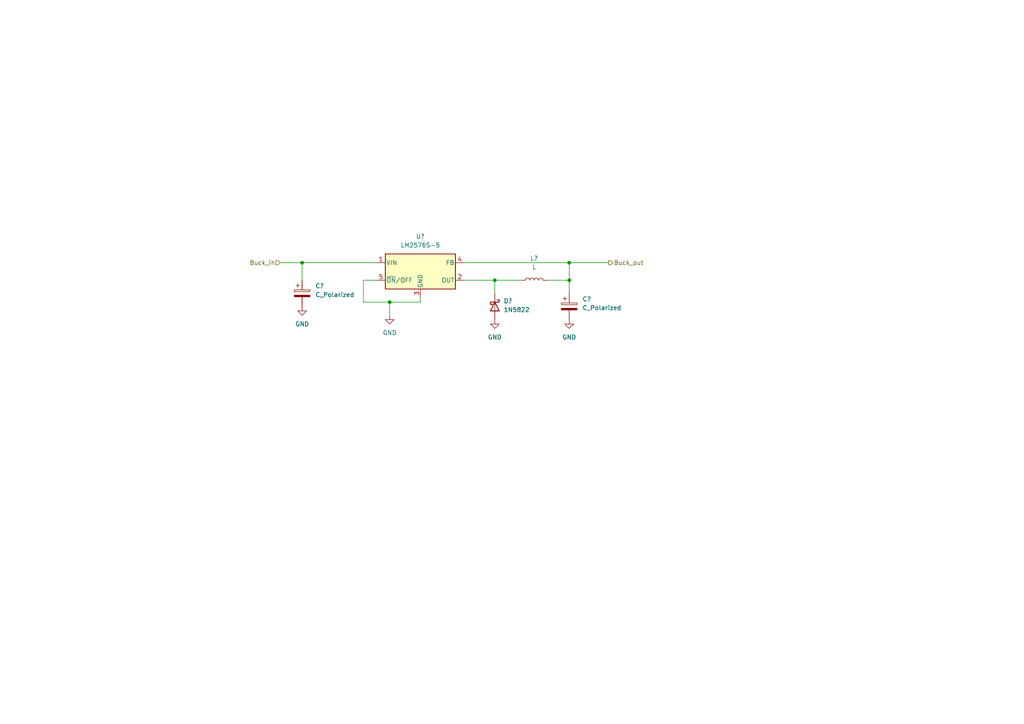
<source format=kicad_sch>
(kicad_sch (version 20211123) (generator eeschema)
  (paper "A4")
  (lib_symbols
    (symbol "Device:C_Polarized" (pin_numbers hide) (pin_names (offset 0.254))
      (property "Reference" "C" (at 0.635 2.54 0))
      (property "Value" "C_Polarized" (at 0.635 -2.54 0))
      (symbol "C_Polarized_0_1"
        (rectangle (start -2.286 0.508) (end 2.286 1.016))
        (polyline (pts (xy -1.778 2.286) (xy -0.762 2.286)))
        (polyline (pts (xy -1.27 2.794) (xy -1.27 1.778)))
        (rectangle (start 2.286 -0.508) (end -2.286 -1.016) (fill (type outline)))
      )
      (symbol "C_Polarized_1_1"
        (pin passive line (at 0 3.81 270) (length 2.794) (name "~") (number "1"))
        (pin passive line (at 0 -3.81 90) (length 2.794) (name "~") (number "2"))
      )
    )
    (symbol "Device:L" (pin_numbers hide) (pin_names (offset 1.016) hide)
      (property "Reference" "L" (at -1.27 0 90))
      (property "Value" "L" (at 1.905 0 90))
      (symbol "L_0_1"
        (arc (start 0 -2.54) (mid 0.635 -1.905) (end 0 -1.27))
        (arc (start 0 -1.27) (mid 0.635 -0.635) (end 0 0))
        (arc (start 0 0) (mid 0.635 0.635) (end 0 1.27))
        (arc (start 0 1.27) (mid 0.635 1.905) (end 0 2.54))
      )
      (symbol "L_1_1"
        (pin passive line (at 0 3.81 270) (length 1.27) (name "1") (number "1"))
        (pin passive line (at 0 -3.81 90) (length 1.27) (name "2") (number "2"))
      )
    )
    (symbol "Diode:1N5822" (pin_numbers hide) (pin_names (offset 1.016) hide)
      (property "Reference" "D" (at 0 2.54 0))
      (property "Value" "1N5822" (at 0 -2.54 0))
      (symbol "1N5822_0_1"
        (polyline (pts (xy 1.27 0) (xy -1.27 0)))
        (polyline (pts (xy 1.27 1.27) (xy 1.27 -1.27) (xy -1.27 0) (xy 1.27 1.27)) (stroke (width 0.254)))
        (polyline (pts (xy -1.905 0.635) (xy -1.905 1.27) (xy -1.27 1.27) (xy -1.27 -1.27) (xy -0.635 -1.27) (xy -0.635 -0.635)) (stroke (width 0.254)))
      )
      (symbol "1N5822_1_1"
        (pin passive line (at -3.81 0 0) (length 2.54) (name "K") (number "1"))
        (pin passive line (at 3.81 0 180) (length 2.54) (name "A") (number "2"))
      )
    )
    (symbol "Regulator_Switching:LM2576S-5" (pin_names (offset 0.254))
      (property "Reference" "U" (at -10.16 6.35 0))
      (property "Value" "LM2576S-5" (at 0 6.35 0))
      (symbol "LM2576S-5_0_1"
        (rectangle (start -10.16 5.08) (end 10.16 -5.08) (stroke (width 0.254)) (fill (type background)))
      )
      (symbol "LM2576S-5_1_1"
        (pin power_in line (at -12.7 2.54 0) (length 2.54) (name "VIN") (number "1"))
        (pin output line (at 12.7 -2.54 180) (length 2.54) (name "OUT") (number "2"))
        (pin power_in line (at 0 -7.62 90) (length 2.54) (name "GND") (number "3"))
        (pin input line (at 12.7 2.54 180) (length 2.54) (name "FB") (number "4"))
        (pin input line (at -12.7 -2.54 0) (length 2.54) (name "~{ON}/OFF") (number "5"))
      )
    )
    (symbol "power:GND" (power) (pin_names (offset 0))
      (property "Value" "GND" (at 0 -3.81 0))
      (symbol "GND_0_1"
        (polyline (pts (xy 0 0) (xy 0 -1.27) (xy 1.27 -1.27) (xy 0 -2.54) (xy -1.27 -1.27) (xy 0 -1.27)))
      )
      (symbol "GND_1_1"
        (pin power_in line (at 0 0 270) (length 0) hide (name "GND") (number "1"))
      )
    )
  )
  (junction (at 165.1 76.2))
  (junction (at 165.1 81.28))
  (junction (at 113.03 87.63))
  (junction (at 87.63 76.2))
  (junction (at 143.51 81.28))
  (wire (pts (xy 109.22 81.28) (xy 105.41 81.28)))
  (wire (pts (xy 134.62 76.2) (xy 165.1 76.2)))
  (wire (pts (xy 121.92 87.63) (xy 121.92 86.36)))
  (wire (pts (xy 143.51 81.28) (xy 151.13 81.28)))
  (wire (pts (xy 87.63 81.28) (xy 87.63 76.2)))
  (wire (pts (xy 105.41 81.28) (xy 105.41 87.63)))
  (wire (pts (xy 113.03 87.63) (xy 113.03 91.44)))
  (wire (pts (xy 87.63 76.2) (xy 109.22 76.2)))
  (wire (pts (xy 143.51 81.28) (xy 143.51 85.09)))
  (wire (pts (xy 165.1 76.2) (xy 165.1 81.28)))
  (wire (pts (xy 165.1 81.28) (xy 165.1 85.09)))
  (wire (pts (xy 105.41 87.63) (xy 113.03 87.63)))
  (wire (pts (xy 165.1 81.28) (xy 158.75 81.28)))
  (wire (pts (xy 81.28 76.2) (xy 87.63 76.2)))
  (wire (pts (xy 134.62 81.28) (xy 143.51 81.28)))
  (wire (pts (xy 165.1 76.2) (xy 176.53 76.2)))
  (wire (pts (xy 113.03 87.63) (xy 121.92 87.63)))
  (hierarchical_label "Buck_out" (shape output) (at 176.53 76.2 0))
  (hierarchical_label "Buck_in" (shape input) (at 81.28 76.2 180))
  (symbol (lib_id "power:GND") (at 113.03 91.44 0) (unit 1)
    (property "Reference" "#PWR?" (effects hide))
    (property "Value" "GND" (at 113.03 96.52 0))
  )
  (symbol (lib_id "power:GND") (at 165.1 92.71 0) (unit 1)
    (property "Reference" "#PWR?" (effects hide))
    (property "Value" "GND" (at 165.1 97.79 0))
  )
  (symbol (lib_id "Diode:1N5822") (at 143.51 88.9 270) (unit 1)
    (property "Reference" "D?" (at 146.05 87.3124 90) (effects (justify left)))
    (property "Value" "1N5822" (at 146.05 89.8524 90) (effects (justify left)))
    (property "Footprint" "Diode_THT:D_DO-201AD_P15.24mm_Horizontal" (effects hide))
    (property "Datasheet" "http://www.vishay.com/docs/88526/1n5820.pdf" (effects hide))
  )
  (symbol (lib_id "Device:L") (at 154.94 81.28 90) (unit 1)
    (property "Reference" "L?" (at 154.94 74.93 90))
    (property "Value" "L" (at 154.94 77.47 90))
  )
  (symbol (lib_id "Device:C_Polarized") (at 87.63 85.09 0) (unit 1)
    (property "Reference" "C?" (at 91.44 82.9309 0) (effects (justify left)))
    (property "Value" "C_Polarized" (at 91.44 85.4709 0) (effects (justify left)))
  )
  (symbol (lib_id "Regulator_Switching:LM2576S-5") (at 121.92 78.74 0) (unit 1)
    (property "Reference" "U?" (at 121.92 68.58 0))
    (property "Value" "LM2576S-5" (at 121.92 71.12 0))
    (property "Footprint" "Package_TO_SOT_SMD:TO-263-5_TabPin3" (effects hide))
    (property "Datasheet" "http://www.ti.com/lit/ds/symlink/lm2576.pdf" (effects hide))
  )
  (symbol (lib_id "Device:C_Polarized") (at 165.1 88.9 0) (unit 1)
    (property "Reference" "C?" (at 168.91 86.7409 0) (effects (justify left)))
    (property "Value" "C_Polarized" (at 168.91 89.2809 0) (effects (justify left)))
  )
  (symbol (lib_id "power:GND") (at 143.51 92.71 0) (unit 1)
    (property "Reference" "#PWR?" (effects hide))
    (property "Value" "GND" (at 143.51 97.79 0))
  )
  (symbol (lib_id "power:GND") (at 87.63 88.9 0) (unit 1)
    (property "Reference" "#PWR?" (effects hide))
    (property "Value" "GND" (at 87.63 93.98 0))
  )
)
</source>
